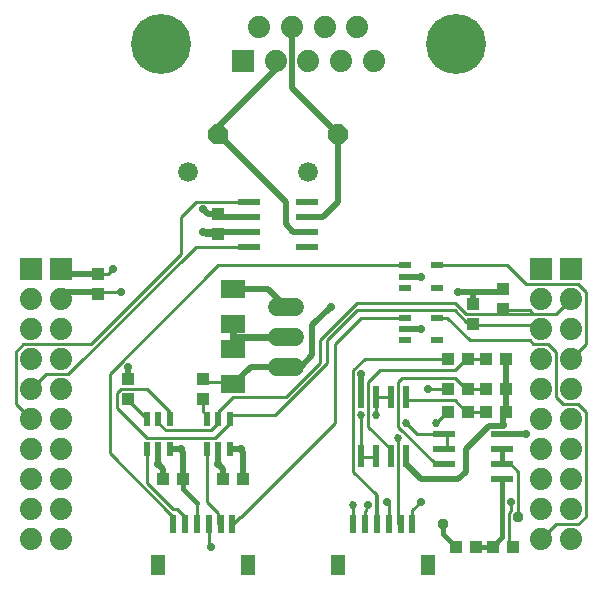
<source format=gbr>
G04 EAGLE Gerber X2 export*
%TF.Part,Single*%
%TF.FileFunction,Copper,L1,Top,Mixed*%
%TF.FilePolarity,Positive*%
%TF.GenerationSoftware,Autodesk,EAGLE,9.0.0*%
%TF.CreationDate,2018-07-03T14:12:15Z*%
G75*
%MOMM*%
%FSLAX34Y34*%
%LPD*%
%AMOC8*
5,1,8,0,0,1.08239X$1,22.5*%
G01*
%ADD10R,1.879600X1.879600*%
%ADD11C,1.879600*%
%ADD12C,5.080000*%
%ADD13R,1.981200X0.558800*%
%ADD14P,1.814519X8X202.500000*%
%ADD15R,1.000000X1.100000*%
%ADD16R,0.550000X1.200000*%
%ADD17R,1.100000X1.000000*%
%ADD18R,1.000000X0.600000*%
%ADD19C,1.524000*%
%ADD20R,0.558800X1.981200*%
%ADD21R,2.000000X1.500000*%
%ADD22R,0.600000X1.550000*%
%ADD23R,1.200000X1.800000*%
%ADD24C,1.676400*%
%ADD25C,0.508000*%
%ADD26C,0.609600*%
%ADD27C,0.705600*%
%ADD28C,0.254000*%
%ADD29C,0.406400*%
%ADD30C,0.955600*%
%ADD31C,0.685800*%


D10*
X44450Y266700D03*
D11*
X44450Y241300D03*
X44450Y215900D03*
X44450Y190500D03*
X44450Y165100D03*
X44450Y139700D03*
X44450Y114300D03*
X44450Y88900D03*
X44450Y63500D03*
X44450Y38100D03*
D10*
X69850Y266700D03*
D11*
X69850Y241300D03*
X69850Y215900D03*
X69850Y190500D03*
X69850Y165100D03*
X69850Y139700D03*
X69850Y114300D03*
X69850Y88900D03*
X69850Y63500D03*
X69850Y38100D03*
D10*
X476250Y266700D03*
D11*
X476250Y241300D03*
X476250Y215900D03*
X476250Y190500D03*
X476250Y165100D03*
X476250Y139700D03*
X476250Y114300D03*
X476250Y88900D03*
X476250Y63500D03*
X476250Y38100D03*
D10*
X501650Y266700D03*
D11*
X501650Y241300D03*
X501650Y215900D03*
X501650Y190500D03*
X501650Y165100D03*
X501650Y139700D03*
X501650Y114300D03*
X501650Y88900D03*
X501650Y63500D03*
X501650Y38100D03*
D10*
X224000Y443000D03*
D11*
X251700Y443000D03*
X279400Y443000D03*
X307100Y443000D03*
X334800Y443000D03*
X237900Y471400D03*
X265600Y471400D03*
X293200Y471400D03*
X320900Y471400D03*
D12*
X154400Y457200D03*
X404400Y457200D03*
D13*
X229362Y323850D03*
X229362Y311150D03*
X229362Y298450D03*
X229362Y285750D03*
X278638Y285750D03*
X278638Y298450D03*
X278638Y311150D03*
X278638Y323850D03*
D14*
X304800Y381000D03*
X203200Y381000D03*
D15*
X203200Y296300D03*
X203200Y313300D03*
X101600Y245500D03*
X101600Y262500D03*
D16*
X161900Y140001D03*
X152400Y140001D03*
X142900Y140001D03*
X142900Y113999D03*
X161900Y113999D03*
X152400Y113999D03*
X212700Y140001D03*
X203200Y140001D03*
X193700Y140001D03*
X193700Y113999D03*
X212700Y113999D03*
X203200Y113999D03*
D15*
X444500Y232800D03*
X444500Y249800D03*
X419100Y220100D03*
X419100Y237100D03*
X190500Y156600D03*
X190500Y173600D03*
X127000Y156600D03*
X127000Y173600D03*
D17*
X207400Y88900D03*
X224400Y88900D03*
X156600Y88900D03*
X173600Y88900D03*
D18*
X360900Y269850D03*
X360900Y260350D03*
X360900Y250850D03*
X388400Y250850D03*
X388400Y269850D03*
X360900Y225400D03*
X360900Y215900D03*
X360900Y206400D03*
X388400Y206400D03*
X388400Y225400D03*
D19*
X267970Y234950D02*
X252730Y234950D01*
X252730Y209550D02*
X267970Y209550D01*
X267970Y184150D02*
X252730Y184150D01*
D15*
X446650Y146050D03*
X429650Y146050D03*
X446650Y165100D03*
X429650Y165100D03*
X446650Y190500D03*
X429650Y190500D03*
X414900Y190500D03*
X397900Y190500D03*
X414900Y165100D03*
X397900Y165100D03*
X414900Y146050D03*
X397900Y146050D03*
D20*
X323850Y108712D03*
X336550Y108712D03*
X349250Y108712D03*
X361950Y108712D03*
X361950Y157988D03*
X349250Y157988D03*
X336550Y157988D03*
X323850Y157988D03*
D13*
X394462Y127000D03*
X394462Y114300D03*
X394462Y101600D03*
X394462Y88900D03*
X443738Y88900D03*
X443738Y101600D03*
X443738Y114300D03*
X443738Y127000D03*
D21*
X215900Y249950D03*
X215900Y219950D03*
X215900Y169150D03*
X215900Y199150D03*
D15*
X436000Y31750D03*
X453000Y31750D03*
X404250Y31750D03*
X421250Y31750D03*
D22*
X165100Y50800D03*
X175100Y50800D03*
X185100Y50800D03*
X195100Y50800D03*
X205100Y50800D03*
X215100Y50800D03*
D23*
X152100Y15850D03*
X228100Y15850D03*
D22*
X317500Y50800D03*
X327500Y50800D03*
X337500Y50800D03*
X347500Y50800D03*
X357500Y50800D03*
X367500Y50800D03*
D23*
X304500Y15850D03*
X380500Y15850D03*
D24*
X177800Y349250D03*
X279400Y349250D03*
D25*
X76200Y247650D02*
X69850Y241300D01*
X76200Y247650D02*
X99450Y247650D01*
X101600Y245500D01*
D26*
X215900Y219950D02*
X215900Y209550D01*
X215900Y199150D01*
X215900Y209550D02*
X260350Y209550D01*
D25*
X444500Y143900D02*
X446650Y146050D01*
D27*
X444500Y134846D03*
D25*
X443512Y133858D01*
X432149Y133858D01*
X412750Y114459D01*
X412750Y95250D01*
X406400Y88900D01*
X394462Y88900D01*
X444500Y134846D02*
X444500Y143900D01*
X394462Y88900D02*
X374650Y88900D01*
X361950Y101600D01*
X361950Y108712D01*
X446650Y146050D02*
X446650Y165100D01*
X446650Y190500D01*
X374650Y260350D02*
X360900Y260350D01*
D27*
X374650Y260350D03*
D25*
X374650Y215900D02*
X360900Y215900D01*
D27*
X374650Y215900D03*
D25*
X229362Y311150D02*
X205350Y311150D01*
X203200Y313300D01*
X194700Y313300D01*
X190500Y317500D01*
D27*
X190500Y317500D03*
D25*
X127000Y184150D02*
X127000Y173600D01*
D27*
X127000Y184150D03*
D25*
X203200Y113999D02*
X203200Y101600D01*
X207400Y97400D02*
X207400Y88900D01*
X207400Y97400D02*
X203200Y101600D01*
X152400Y101600D02*
X152400Y113999D01*
X156600Y97400D02*
X156600Y88900D01*
X156600Y97400D02*
X152400Y101600D01*
D27*
X152400Y101600D03*
X203200Y101600D03*
D28*
X446650Y165100D02*
X447675Y165100D01*
X158750Y88900D02*
X156600Y88900D01*
D29*
X393700Y42300D02*
X404250Y31750D01*
X393700Y42300D02*
X393700Y50800D01*
D30*
X393700Y50800D03*
D28*
X195100Y50800D02*
X195100Y33500D01*
X196850Y31750D01*
D27*
X196850Y31750D03*
D28*
X101600Y245500D02*
X103750Y247650D01*
X120650Y247650D01*
D27*
X120650Y247650D03*
D25*
X251700Y435850D02*
X251700Y443000D01*
X203200Y387350D02*
X203200Y381000D01*
X203200Y387350D02*
X251700Y435850D01*
X266700Y298450D02*
X278638Y298450D01*
X266700Y298450D02*
X260350Y304800D01*
X260350Y323850D02*
X203200Y381000D01*
X260350Y323850D02*
X260350Y304800D01*
X265600Y420200D02*
X265600Y471400D01*
X265600Y420200D02*
X304800Y381000D01*
X304800Y323850D01*
X292100Y311150D01*
X278638Y311150D01*
X245350Y249950D02*
X215900Y249950D01*
X245350Y249950D02*
X260350Y234950D01*
X74050Y262500D02*
X69850Y266700D01*
X74050Y262500D02*
X101600Y262500D01*
X215900Y169150D02*
X230900Y184150D01*
X260350Y184150D01*
X171149Y113999D02*
X161900Y113999D01*
X171149Y113999D02*
X171450Y114300D01*
D27*
X171450Y114300D03*
D25*
X212700Y113999D02*
X221949Y113999D01*
X222250Y114300D01*
D27*
X222250Y114300D03*
D25*
X224400Y111548D02*
X224400Y88900D01*
X224400Y111548D02*
X221949Y113999D01*
X173600Y111548D02*
X173600Y88900D01*
X173600Y111548D02*
X171149Y113999D01*
D28*
X190500Y171450D02*
X215900Y171450D01*
X190500Y171450D02*
X190500Y173600D01*
X215900Y171450D02*
X215900Y169150D01*
D29*
X173600Y88900D02*
X173600Y80400D01*
X185100Y68900D01*
D25*
X442350Y247650D02*
X444500Y249800D01*
X442350Y247650D02*
X419100Y247650D01*
X419100Y237100D01*
X419100Y247650D02*
X406400Y247650D01*
D27*
X406400Y247650D03*
X298450Y234950D03*
D25*
X282575Y219075D01*
X282575Y193675D01*
X273050Y184150D01*
X260350Y184150D01*
D28*
X185100Y68900D02*
X185100Y50800D01*
X110100Y262500D02*
X101600Y262500D01*
X110100Y262500D02*
X114300Y266700D01*
D27*
X114300Y266700D03*
D28*
X184150Y285750D02*
X229362Y285750D01*
X184150Y285750D02*
X76200Y177800D01*
X57150Y177800D01*
X44450Y165100D01*
X184150Y323850D02*
X229362Y323850D01*
X184150Y323850D02*
X171450Y311150D01*
X171450Y279400D01*
X95250Y203200D01*
X38100Y203200D01*
X31750Y196850D01*
X31750Y152400D01*
X44450Y139700D01*
D25*
X443738Y127000D02*
X463550Y127000D01*
D27*
X463550Y127000D03*
D25*
X323850Y157988D02*
X323850Y177800D01*
D27*
X323850Y177800D03*
D25*
X203200Y296300D02*
X192650Y296300D01*
X190500Y298450D01*
D27*
X190500Y298450D03*
D25*
X229362Y298450D01*
D28*
X438150Y127000D02*
X443738Y127000D01*
X152400Y136525D02*
X152400Y140001D01*
X152400Y136525D02*
X158750Y130175D01*
X196850Y130175D01*
X203200Y136525D01*
X203200Y140001D01*
X444500Y231775D02*
X466725Y231775D01*
X469900Y228600D01*
X488950Y228600D01*
X501650Y241300D01*
X444500Y232800D02*
X444500Y231775D01*
X203200Y146050D02*
X203200Y140001D01*
X203200Y146050D02*
X215900Y158750D01*
X260350Y158750D01*
X288925Y187325D01*
X288925Y206375D01*
X320675Y238125D01*
X403225Y238125D01*
X412750Y228600D01*
X469900Y228600D01*
X161925Y146050D02*
X161925Y142875D01*
X161925Y146050D02*
X142875Y165100D01*
X120650Y165100D01*
X117475Y161925D01*
X117475Y149225D01*
X142875Y123825D01*
X200025Y123825D01*
X212725Y136525D01*
X212725Y139700D01*
X161900Y140001D02*
X161925Y142875D01*
X212700Y140001D02*
X212725Y139700D01*
X419100Y219075D02*
X473075Y219075D01*
X476250Y215900D01*
X419100Y219075D02*
X419100Y220100D01*
X250825Y142875D02*
X212725Y142875D01*
X250825Y142875D02*
X295275Y187325D01*
X295275Y206375D01*
X320675Y231775D01*
X403225Y231775D01*
X412750Y222250D01*
X419100Y222250D01*
X212725Y142875D02*
X212700Y140001D01*
X419100Y220100D02*
X419100Y222250D01*
X330200Y66675D02*
X327500Y60800D01*
D27*
X330200Y66675D03*
D28*
X327500Y60800D02*
X327500Y50800D01*
D31*
X317500Y66675D03*
D28*
X317500Y50800D01*
X323850Y107950D02*
X336550Y107950D01*
X323850Y107950D02*
X323850Y108712D01*
X336550Y108712D02*
X336550Y107950D01*
X323850Y108712D02*
X323850Y142875D01*
D31*
X323850Y142875D03*
D28*
X396875Y127000D02*
X396875Y114300D01*
X394462Y114300D01*
X394462Y127000D02*
X396875Y127000D01*
X394462Y127000D02*
X371475Y127000D01*
X361950Y136525D01*
D31*
X361950Y136525D03*
D28*
X349250Y158750D02*
X336550Y158750D01*
X336550Y157988D01*
X349250Y157988D02*
X349250Y158750D01*
X336550Y157988D02*
X336550Y142875D01*
D31*
X336550Y142875D03*
D28*
X301625Y203200D02*
X323850Y225425D01*
X301625Y203200D02*
X301625Y136525D01*
X222250Y57150D02*
X215900Y50800D01*
X222250Y57150D02*
X301625Y136525D01*
X360900Y225400D02*
X360875Y225425D01*
X323850Y225425D01*
X221450Y57150D02*
X215100Y50800D01*
X221450Y57150D02*
X222250Y57150D01*
X203200Y269875D02*
X327025Y269875D01*
X203200Y269875D02*
X111125Y177800D01*
X111125Y111125D01*
X327025Y269875D02*
X360900Y269850D01*
X165100Y57150D02*
X165100Y50800D01*
X165100Y57150D02*
X111125Y111125D01*
X193675Y111125D02*
X193675Y69850D01*
X203200Y60325D01*
X203200Y52700D02*
X203200Y50800D01*
X193675Y111125D02*
X193700Y113999D01*
X203200Y52700D02*
X205100Y50800D01*
X203200Y52700D02*
X203200Y60325D01*
X142875Y85725D02*
X142875Y111125D01*
X142875Y85725D02*
X165100Y63500D01*
X168275Y63500D01*
X174625Y57150D01*
X174625Y50800D01*
X142875Y111125D02*
X142900Y113999D01*
X174625Y50800D02*
X175100Y50800D01*
X142875Y139700D02*
X127000Y155575D01*
X127000Y156600D01*
X142900Y140001D02*
X142875Y139700D01*
X190500Y146050D02*
X190500Y156600D01*
X190500Y146050D02*
X193675Y142875D01*
X193700Y140001D01*
X396875Y269875D02*
X447675Y269875D01*
X463550Y254000D01*
X508000Y254000D01*
X514350Y247650D01*
X514350Y203200D01*
X501650Y190500D01*
X396875Y269875D02*
X388400Y269850D01*
X396875Y225425D02*
X415925Y206375D01*
X466725Y206375D01*
X469900Y203200D01*
X482600Y203200D01*
X488950Y196850D01*
X488950Y158750D01*
X495300Y152400D01*
X508000Y152400D01*
X514350Y146050D01*
X514350Y57150D01*
X508000Y50800D01*
X488950Y50800D01*
X476250Y38100D01*
X396875Y225425D02*
X388425Y225425D01*
X388400Y225400D01*
X414900Y146050D02*
X429650Y146050D01*
X412750Y146050D02*
X403225Y155575D01*
X361950Y155575D01*
X412750Y146050D02*
X414900Y146050D01*
X361950Y155575D02*
X361950Y157988D01*
X414900Y165100D02*
X429650Y165100D01*
X412750Y165100D02*
X403225Y174625D01*
X358775Y174625D01*
X355600Y171450D01*
X355600Y133350D01*
X387350Y101600D01*
X394462Y101600D01*
X412750Y165100D02*
X414900Y165100D01*
X414900Y190500D02*
X429650Y190500D01*
X412750Y190500D02*
X403225Y180975D01*
X339725Y180975D01*
X330200Y171450D01*
X330200Y133350D01*
X349250Y114300D01*
X349250Y108712D01*
X412750Y190500D02*
X414900Y190500D01*
X396875Y146050D02*
X387350Y136525D01*
X355600Y52700D02*
X355600Y50800D01*
X355600Y57150D02*
X355600Y123825D01*
X396875Y146050D02*
X397900Y146050D01*
D31*
X387350Y136525D03*
X355600Y123825D03*
D28*
X355600Y52700D02*
X357500Y50800D01*
X355600Y52700D02*
X355600Y57150D01*
X327025Y190500D02*
X397900Y190500D01*
X327025Y190500D02*
X317500Y180975D01*
X317500Y95250D01*
X336550Y76200D01*
X336550Y50800D01*
X337500Y50800D02*
X337500Y75250D01*
X336550Y76200D01*
X397900Y165100D02*
X400050Y165100D01*
D27*
X346075Y69850D03*
X381000Y165100D03*
D28*
X397900Y165100D01*
X347500Y68425D02*
X347500Y50800D01*
X347500Y68425D02*
X346075Y69850D01*
D29*
X443738Y101600D02*
X443738Y114300D01*
D28*
X443738Y101600D02*
X450850Y101600D01*
X457200Y95250D02*
X457200Y57150D01*
D30*
X457200Y57150D03*
D28*
X457200Y95250D02*
X450850Y101600D01*
X374650Y69850D02*
X367500Y62700D01*
D27*
X374650Y69850D03*
X450850Y69850D03*
D28*
X450850Y61508D01*
X449628Y60286D01*
X449628Y35122D01*
X453000Y31750D01*
X367500Y50800D02*
X367500Y62700D01*
D29*
X421250Y31750D02*
X436000Y31750D01*
X443738Y39488D01*
X443738Y88900D01*
M02*

</source>
